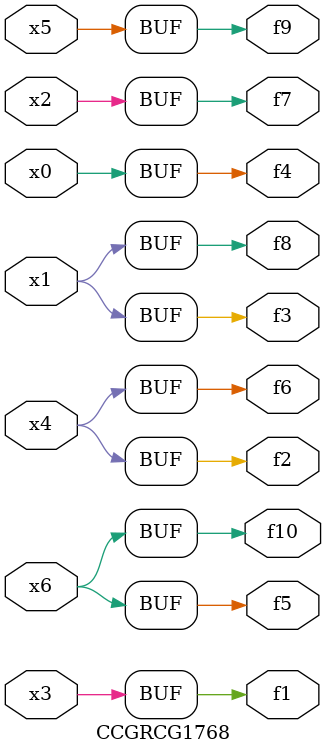
<source format=v>
module CCGRCG1768(
	input x0, x1, x2, x3, x4, x5, x6,
	output f1, f2, f3, f4, f5, f6, f7, f8, f9, f10
);
	assign f1 = x3;
	assign f2 = x4;
	assign f3 = x1;
	assign f4 = x0;
	assign f5 = x6;
	assign f6 = x4;
	assign f7 = x2;
	assign f8 = x1;
	assign f9 = x5;
	assign f10 = x6;
endmodule

</source>
